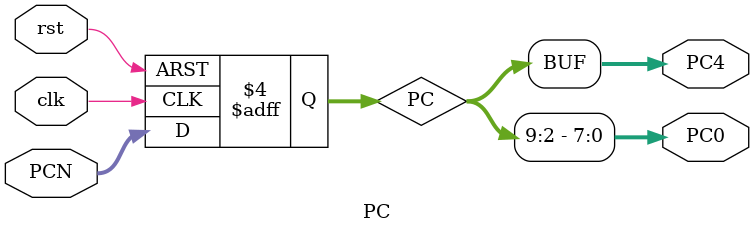
<source format=v>
`timescale 1ns / 1ps


module PC(
    input clk,rst,
    input [9:0]PCN,
    output [7:0]PC0,
    output [9:0]PC4
    );

    reg [9:0]PC;
    initial begin
        PC=0;
    end
    always @(posedge clk, posedge rst) begin
        if(rst) PC <= 0;
        else PC <= PCN;
    end

    assign PC4 = PC;
    assign PC0 = PC >> 2;
endmodule

</source>
